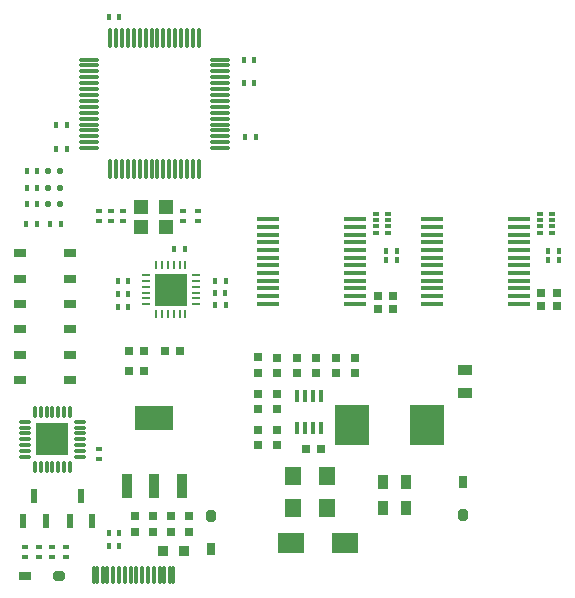
<source format=gtp>
G04*
G04 #@! TF.GenerationSoftware,Altium Limited,Altium Designer,21.0.8 (223)*
G04*
G04 Layer_Color=8421504*
%FSLAX25Y25*%
%MOIN*%
G70*
G04*
G04 #@! TF.SameCoordinates,D9C85E8D-87DC-48F8-A205-D673694C3913*
G04*
G04*
G04 #@! TF.FilePolarity,Positive*
G04*
G01*
G75*
%ADD22R,0.01968X0.01575*%
%ADD23R,0.02362X0.05118*%
G04:AMPARAMS|DCode=24|XSize=39.37mil|YSize=31.5mil|CornerRadius=0mil|HoleSize=0mil|Usage=FLASHONLY|Rotation=90.000|XOffset=0mil|YOffset=0mil|HoleType=Round|Shape=Octagon|*
%AMOCTAGOND24*
4,1,8,0.00787,0.01968,-0.00787,0.01968,-0.01575,0.01181,-0.01575,-0.01181,-0.00787,-0.01968,0.00787,-0.01968,0.01575,-0.01181,0.01575,0.01181,0.00787,0.01968,0.0*
%
%ADD24OCTAGOND24*%

%ADD25R,0.03150X0.03937*%
%ADD26R,0.03500X0.03500*%
%ADD27R,0.01575X0.01968*%
%ADD28R,0.03000X0.03000*%
%ADD29R,0.03000X0.03000*%
%ADD30R,0.05500X0.06200*%
%ADD31R,0.11811X0.13780*%
%ADD32R,0.08661X0.06890*%
%ADD33R,0.03500X0.05000*%
%ADD34R,0.01800X0.03950*%
%ADD35R,0.05000X0.03500*%
%ADD36R,0.02362X0.01181*%
%ADD37R,0.02362X0.01575*%
%ADD38R,0.12598X0.08268*%
%ADD39R,0.03543X0.08268*%
G04:AMPARAMS|DCode=40|XSize=59.06mil|YSize=11.81mil|CornerRadius=2.95mil|HoleSize=0mil|Usage=FLASHONLY|Rotation=90.000|XOffset=0mil|YOffset=0mil|HoleType=Round|Shape=RoundedRectangle|*
%AMROUNDEDRECTD40*
21,1,0.05906,0.00591,0,0,90.0*
21,1,0.05315,0.01181,0,0,90.0*
1,1,0.00591,0.00295,0.02657*
1,1,0.00591,0.00295,-0.02657*
1,1,0.00591,-0.00295,-0.02657*
1,1,0.00591,-0.00295,0.02657*
%
%ADD40ROUNDEDRECTD40*%
%ADD41R,0.11024X0.10630*%
G04:AMPARAMS|DCode=42|XSize=12mil|YSize=38mil|CornerRadius=3mil|HoleSize=0mil|Usage=FLASHONLY|Rotation=270.000|XOffset=0mil|YOffset=0mil|HoleType=Round|Shape=RoundedRectangle|*
%AMROUNDEDRECTD42*
21,1,0.01200,0.03200,0,0,270.0*
21,1,0.00600,0.03800,0,0,270.0*
1,1,0.00600,-0.01600,-0.00300*
1,1,0.00600,-0.01600,0.00300*
1,1,0.00600,0.01600,0.00300*
1,1,0.00600,0.01600,-0.00300*
%
%ADD42ROUNDEDRECTD42*%
G04:AMPARAMS|DCode=43|XSize=12mil|YSize=38mil|CornerRadius=3mil|HoleSize=0mil|Usage=FLASHONLY|Rotation=0.000|XOffset=0mil|YOffset=0mil|HoleType=Round|Shape=RoundedRectangle|*
%AMROUNDEDRECTD43*
21,1,0.01200,0.03200,0,0,0.0*
21,1,0.00600,0.03800,0,0,0.0*
1,1,0.00600,0.00300,-0.01600*
1,1,0.00600,-0.00300,-0.01600*
1,1,0.00600,-0.00300,0.01600*
1,1,0.00600,0.00300,0.01600*
%
%ADD43ROUNDEDRECTD43*%
G04:AMPARAMS|DCode=44|XSize=20mil|YSize=20mil|CornerRadius=5mil|HoleSize=0mil|Usage=FLASHONLY|Rotation=90.000|XOffset=0mil|YOffset=0mil|HoleType=Round|Shape=RoundedRectangle|*
%AMROUNDEDRECTD44*
21,1,0.02000,0.01000,0,0,90.0*
21,1,0.01000,0.02000,0,0,90.0*
1,1,0.01000,0.00500,0.00500*
1,1,0.01000,0.00500,-0.00500*
1,1,0.01000,-0.00500,-0.00500*
1,1,0.01000,-0.00500,0.00500*
%
%ADD44ROUNDEDRECTD44*%
%ADD45O,0.00984X0.02756*%
%ADD46O,0.02756X0.00984*%
%ADD47R,0.10630X0.11024*%
%ADD48R,0.03937X0.02756*%
G04:AMPARAMS|DCode=49|XSize=39.37mil|YSize=31.5mil|CornerRadius=0mil|HoleSize=0mil|Usage=FLASHONLY|Rotation=0.000|XOffset=0mil|YOffset=0mil|HoleType=Round|Shape=Octagon|*
%AMOCTAGOND49*
4,1,8,0.01968,-0.00787,0.01968,0.00787,0.01181,0.01575,-0.01181,0.01575,-0.01968,0.00787,-0.01968,-0.00787,-0.01181,-0.01575,0.01181,-0.01575,0.01968,-0.00787,0.0*
%
%ADD49OCTAGOND49*%

%ADD50R,0.03937X0.03150*%
%ADD51R,0.05118X0.04724*%
%ADD52O,0.07480X0.01575*%
%ADD53R,0.07480X0.01575*%
%ADD54O,0.07087X0.01181*%
%ADD55O,0.01181X0.07087*%
D22*
X6000Y22327D02*
D03*
Y25673D02*
D03*
X29634Y134346D02*
D03*
X29634Y137889D02*
D03*
X25500Y134417D02*
D03*
Y137764D02*
D03*
X21500Y134319D02*
D03*
X21500Y137862D02*
D03*
X49500Y137862D02*
D03*
X49500Y134319D02*
D03*
X54500Y134319D02*
D03*
X54500Y137862D02*
D03*
X21500Y55008D02*
D03*
Y58354D02*
D03*
X10500Y22327D02*
D03*
Y25673D02*
D03*
X1500Y22327D02*
D03*
Y25673D02*
D03*
X-3000Y22327D02*
D03*
Y25673D02*
D03*
D23*
X-3740Y34366D02*
D03*
X3740D02*
D03*
X0Y42634D02*
D03*
X15500D02*
D03*
X19240Y34366D02*
D03*
X11760D02*
D03*
D24*
X59000Y36012D02*
D03*
X143000Y36488D02*
D03*
D25*
X59000Y24988D02*
D03*
X143000Y47512D02*
D03*
D26*
X43000Y24500D02*
D03*
X50000D02*
D03*
D27*
X10673Y166590D02*
D03*
X7327D02*
D03*
X10771Y158590D02*
D03*
X7228Y158591D02*
D03*
X24827Y26000D02*
D03*
X28173D02*
D03*
X5327Y133591D02*
D03*
X8673D02*
D03*
X-2772D02*
D03*
X771Y133590D02*
D03*
X756Y140091D02*
D03*
X-2591D02*
D03*
X756Y145591D02*
D03*
X-2591D02*
D03*
X756Y151091D02*
D03*
X-2591D02*
D03*
X50181Y125090D02*
D03*
X46638Y125091D02*
D03*
X63736Y106295D02*
D03*
X60193Y106295D02*
D03*
X60291Y110295D02*
D03*
X63637D02*
D03*
X63736Y114295D02*
D03*
X60193Y114295D02*
D03*
X27729Y105795D02*
D03*
X31075D02*
D03*
X27729Y110193D02*
D03*
X31075D02*
D03*
X31272Y114590D02*
D03*
X27729Y114591D02*
D03*
X24827Y30500D02*
D03*
X28173D02*
D03*
X174771Y121500D02*
D03*
X171228Y121500D02*
D03*
X171229Y124500D02*
D03*
X174772Y124500D02*
D03*
X120772D02*
D03*
X117229Y124500D02*
D03*
X120771Y121500D02*
D03*
X117228Y121500D02*
D03*
X73772Y162500D02*
D03*
X70229Y162500D02*
D03*
X73173Y180500D02*
D03*
X69827D02*
D03*
X73272Y188181D02*
D03*
X69729Y188181D02*
D03*
X28272Y202590D02*
D03*
X24729Y202591D02*
D03*
D28*
X90441Y58341D02*
D03*
X95559D02*
D03*
X36618Y91000D02*
D03*
X31500D02*
D03*
X48559Y91000D02*
D03*
X43440D02*
D03*
X36559Y84500D02*
D03*
X31440D02*
D03*
X168941Y110500D02*
D03*
X174059D02*
D03*
X168941Y106000D02*
D03*
X174059D02*
D03*
X114441Y105000D02*
D03*
X119559D02*
D03*
X114441Y109500D02*
D03*
X119559D02*
D03*
D29*
X107000Y83782D02*
D03*
Y88900D02*
D03*
X87500D02*
D03*
Y83782D02*
D03*
X94000Y83782D02*
D03*
Y88900D02*
D03*
X100500Y88900D02*
D03*
Y83782D02*
D03*
X81000Y76900D02*
D03*
Y71782D02*
D03*
X81000Y83782D02*
D03*
Y88900D02*
D03*
X74500Y88959D02*
D03*
Y83841D02*
D03*
X74500Y76900D02*
D03*
Y71782D02*
D03*
Y64900D02*
D03*
Y59782D02*
D03*
X81000Y64900D02*
D03*
Y59782D02*
D03*
X51546Y30941D02*
D03*
Y36059D02*
D03*
X39500Y30941D02*
D03*
Y36059D02*
D03*
X33500Y30941D02*
D03*
Y36059D02*
D03*
X45500Y30941D02*
D03*
Y36059D02*
D03*
D30*
X86291Y38841D02*
D03*
X97512D02*
D03*
X86291Y49341D02*
D03*
X97512D02*
D03*
D31*
X106000Y66341D02*
D03*
X131000D02*
D03*
D32*
X103555Y27000D02*
D03*
X85445D02*
D03*
D33*
X116260Y47341D02*
D03*
X123740D02*
D03*
X116260Y38841D02*
D03*
X123740D02*
D03*
D34*
X87661Y76166D02*
D03*
X90220D02*
D03*
X92779D02*
D03*
X95339D02*
D03*
Y65516D02*
D03*
X92779D02*
D03*
X90220D02*
D03*
X87661D02*
D03*
D35*
X143500Y84741D02*
D03*
Y77260D02*
D03*
D36*
X114000Y134724D02*
D03*
Y132756D02*
D03*
X117937D02*
D03*
Y134724D02*
D03*
X168563D02*
D03*
Y132756D02*
D03*
X172500D02*
D03*
Y134724D02*
D03*
D37*
X114000Y136890D02*
D03*
Y130591D02*
D03*
X117937D02*
D03*
Y136890D02*
D03*
X168563D02*
D03*
Y130591D02*
D03*
X172500D02*
D03*
Y136890D02*
D03*
D38*
X40000Y68721D02*
D03*
D39*
X49055Y46279D02*
D03*
X40000D02*
D03*
X30945D02*
D03*
D40*
X19811Y16512D02*
D03*
X20992D02*
D03*
X22961D02*
D03*
X24142D02*
D03*
X26110D02*
D03*
X28079D02*
D03*
X30047D02*
D03*
X35953D02*
D03*
X37921D02*
D03*
X39890D02*
D03*
X41858D02*
D03*
X43039D02*
D03*
X45008D02*
D03*
X46189D02*
D03*
X32016D02*
D03*
X33984D02*
D03*
D41*
X6000Y61681D02*
D03*
D42*
X-3150Y55776D02*
D03*
Y57744D02*
D03*
Y59713D02*
D03*
Y61681D02*
D03*
Y63650D02*
D03*
Y65618D02*
D03*
Y67587D02*
D03*
X15150D02*
D03*
Y65618D02*
D03*
Y63650D02*
D03*
Y61681D02*
D03*
Y59713D02*
D03*
Y57744D02*
D03*
Y55776D02*
D03*
D43*
X95Y70831D02*
D03*
X2063D02*
D03*
X4032D02*
D03*
X6000D02*
D03*
X7969D02*
D03*
X9937D02*
D03*
X11906D02*
D03*
Y52531D02*
D03*
X9937D02*
D03*
X7969D02*
D03*
X6000D02*
D03*
X4032D02*
D03*
X2063D02*
D03*
X95D02*
D03*
D44*
X4583Y151091D02*
D03*
X8583D02*
D03*
X4583Y145591D02*
D03*
X8583D02*
D03*
X4583Y140091D02*
D03*
X8583D02*
D03*
D45*
X40488Y103323D02*
D03*
X42457D02*
D03*
X44425D02*
D03*
X46394D02*
D03*
X48362D02*
D03*
X50331D02*
D03*
Y119858D02*
D03*
X48362D02*
D03*
X46394D02*
D03*
X44425D02*
D03*
X42457D02*
D03*
X40488D02*
D03*
D46*
X53677Y106669D02*
D03*
Y108638D02*
D03*
Y110606D02*
D03*
Y112575D02*
D03*
Y114543D02*
D03*
Y116512D02*
D03*
X37142D02*
D03*
Y114543D02*
D03*
Y112575D02*
D03*
Y110606D02*
D03*
Y108638D02*
D03*
Y106669D02*
D03*
D47*
X45409Y111591D02*
D03*
D48*
X11965Y81358D02*
D03*
X-4964D02*
D03*
X11965Y89823D02*
D03*
X-4964D02*
D03*
X11965Y98358D02*
D03*
X-4964D02*
D03*
X11965Y106823D02*
D03*
X-4964D02*
D03*
X11965Y115268D02*
D03*
X-4964D02*
D03*
X11965Y123732D02*
D03*
X-4964D02*
D03*
D49*
X8012Y16000D02*
D03*
D50*
X-3012D02*
D03*
D51*
X43768Y139193D02*
D03*
X35500D02*
D03*
Y132500D02*
D03*
X43768D02*
D03*
D52*
X161567Y119720D02*
D03*
Y122280D02*
D03*
Y124839D02*
D03*
Y135075D02*
D03*
X132433Y112043D02*
D03*
Y114602D02*
D03*
Y117161D02*
D03*
Y119720D02*
D03*
Y122280D02*
D03*
Y124839D02*
D03*
Y127398D02*
D03*
Y129957D02*
D03*
Y132516D02*
D03*
Y109484D02*
D03*
Y106925D02*
D03*
X161567Y109484D02*
D03*
Y106925D02*
D03*
Y132516D02*
D03*
Y117161D02*
D03*
Y114602D02*
D03*
Y112043D02*
D03*
Y127398D02*
D03*
Y129957D02*
D03*
X107000Y119650D02*
D03*
Y122209D02*
D03*
Y124768D02*
D03*
Y135004D02*
D03*
X77866Y111972D02*
D03*
Y114531D02*
D03*
Y117091D02*
D03*
Y119650D02*
D03*
Y122209D02*
D03*
Y124768D02*
D03*
Y127327D02*
D03*
Y129886D02*
D03*
Y132445D02*
D03*
Y109413D02*
D03*
Y106854D02*
D03*
X107000Y109413D02*
D03*
Y106854D02*
D03*
Y132445D02*
D03*
Y117091D02*
D03*
Y114531D02*
D03*
Y111972D02*
D03*
Y127327D02*
D03*
Y129886D02*
D03*
D53*
X132433Y135075D02*
D03*
X77866Y135004D02*
D03*
D54*
X61850Y186295D02*
D03*
Y184327D02*
D03*
Y178421D02*
D03*
Y180390D02*
D03*
Y182358D02*
D03*
Y188264D02*
D03*
Y168579D02*
D03*
Y164642D02*
D03*
Y166610D02*
D03*
Y170547D02*
D03*
Y158736D02*
D03*
Y160705D02*
D03*
Y162673D02*
D03*
Y172516D02*
D03*
Y174484D02*
D03*
Y176453D02*
D03*
X18150Y188264D02*
D03*
Y186295D02*
D03*
Y184327D02*
D03*
Y182358D02*
D03*
Y180390D02*
D03*
Y178421D02*
D03*
Y176453D02*
D03*
Y174484D02*
D03*
Y172516D02*
D03*
Y170547D02*
D03*
Y168579D02*
D03*
Y166610D02*
D03*
Y164642D02*
D03*
Y162673D02*
D03*
Y160705D02*
D03*
Y158736D02*
D03*
D55*
X25236Y151650D02*
D03*
X27205D02*
D03*
X29173D02*
D03*
X31142D02*
D03*
X33110D02*
D03*
X35079D02*
D03*
X37047D02*
D03*
X39016D02*
D03*
X40984D02*
D03*
X42953D02*
D03*
X44921D02*
D03*
X46890D02*
D03*
X48858D02*
D03*
X50827D02*
D03*
X52795D02*
D03*
X54764D02*
D03*
Y195350D02*
D03*
X52795D02*
D03*
X50827D02*
D03*
X48858D02*
D03*
X46890D02*
D03*
X44921D02*
D03*
X42953D02*
D03*
X40984D02*
D03*
X39016D02*
D03*
X37047D02*
D03*
X35079D02*
D03*
X33110D02*
D03*
X31142D02*
D03*
X29173D02*
D03*
X27205D02*
D03*
X25236D02*
D03*
M02*

</source>
